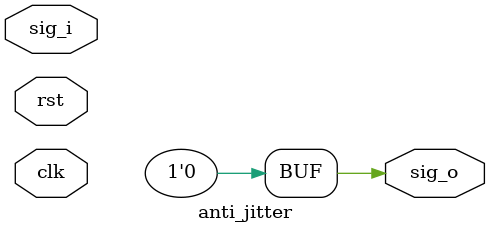
<source format=v>
/*
	È¥¶¶¶¯Ä£¿é
*/
module anti_jitter (
	input wire clk,  // Ö÷Ê±ÖÓ
	input wire rst,  // Í¬²½¸´Î»ÐÅºÅ
	input wire sig_i,  // ´øÓÐÔëÒôµÄÊäÈëÐÅºÅ
	output reg sig_o = INIT_VALUE  // Êä³öÎÞÔëÒôÐÅºÅ
);

	parameter
		INIT_VALUE = 0;  // ³õÊ¼Êä³öÖµ
endmodule

</source>
